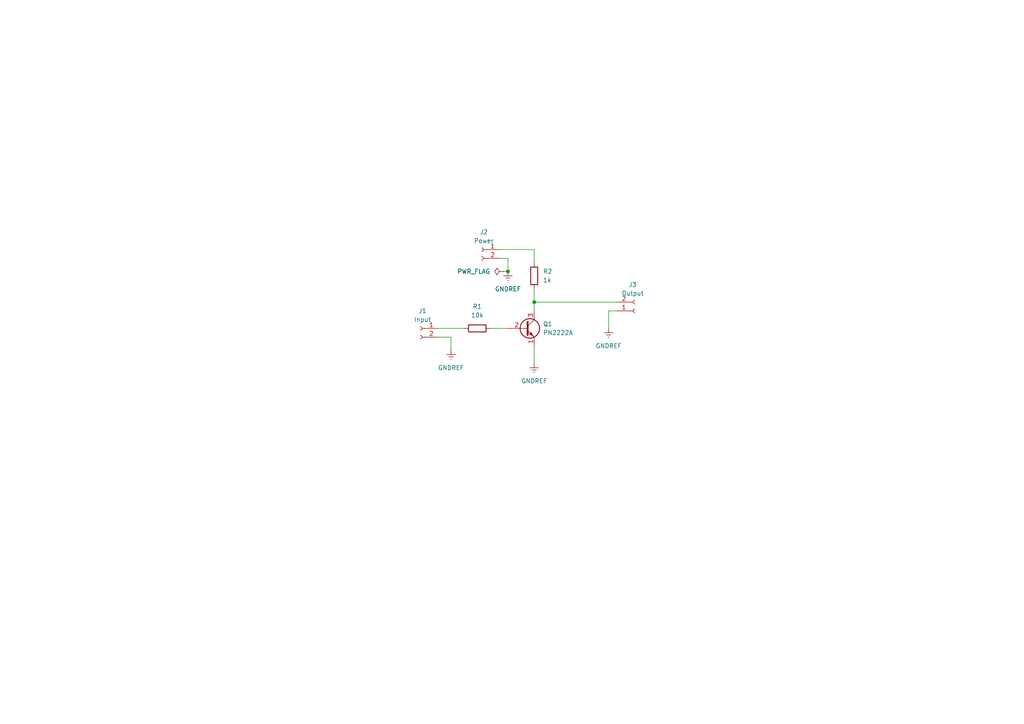
<source format=kicad_sch>
(kicad_sch (version 20231120) (generator "eeschema") (generator_version "8.0")
  (paper "A4")
  (lib_symbols
    (symbol "Connector:Conn_01x02_Socket" (pin_names (offset 1.016) hide)
      (property "Reference" "J" (at 0 2.54 0))
      (property "Value" "Conn_01x02_Socket" (at 0 -5.08 0))
      (symbol "Conn_01x02_Socket_1_1"
        (arc (start 0 -2.032) (mid -0.5058 -2.54) (end 0 -3.048) (stroke (width 0.1524)))
        (polyline (pts (xy -1.27 -2.54) (xy -0.508 -2.54)) (stroke (width 0.1524)))
        (polyline (pts (xy -1.27 0) (xy -0.508 0)) (stroke (width 0.1524)))
        (arc (start 0 0.508) (mid -0.5058 0) (end 0 -0.508) (stroke (width 0.1524)))
        (pin passive line (at -5.08 0 0) (length 3.81) (name "Pin_1") (number "1"))
        (pin passive line (at -5.08 -2.54 0) (length 3.81) (name "Pin_2") (number "2"))
      )
    )
    (symbol "Device:R" (pin_numbers hide) (pin_names (offset 0))
      (property "Reference" "R" (at 2.032 0 90))
      (property "Value" "R" (at 0 0 90))
      (symbol "R_0_1"
        (rectangle (start -1.016 -2.54) (end 1.016 2.54) (stroke (width 0.254)))
      )
      (symbol "R_1_1"
        (pin passive line (at 0 3.81 270) (length 1.27) (name "~") (number "1"))
        (pin passive line (at 0 -3.81 90) (length 1.27) (name "~") (number "2"))
      )
    )
    (symbol "Transistor_BJT:PN2222A" (pin_names (offset 0) hide)
      (property "Reference" "Q" (at 5.08 1.905 0))
      (property "Value" "PN2222A" (at 5.08 0 0))
      (symbol "PN2222A_0_1"
        (polyline (pts (xy 0 0) (xy 0.635 0)))
        (polyline (pts (xy 2.54 -2.54) (xy 0.635 -0.635)))
        (polyline (pts (xy 2.54 2.54) (xy 0.635 0.635)))
        (polyline (pts (xy 0.635 1.905) (xy 0.635 -1.905) (xy 0.635 -1.905)) (stroke (width 0.508)))
        (polyline (pts (xy 2.413 -2.413) (xy 1.905 -1.905) (xy 1.905 -1.905)))
        (polyline (pts (xy 1.143 -1.651) (xy 1.651 -1.143) (xy 2.159 -2.159) (xy 1.143 -1.651) (xy 1.143 -1.651)) (fill (type outline)))
        (circle (center 1.27 0) (radius 2.8194) (stroke (width 0.254)))
      )
      (symbol "PN2222A_1_1"
        (pin passive line (at 2.54 -5.08 90) (length 2.54) (name "E") (number "1"))
        (pin input line (at -5.08 0 0) (length 5.08) (name "B") (number "2"))
        (pin passive line (at 2.54 5.08 270) (length 2.54) (name "C") (number "3"))
      )
    )
    (symbol "power:GNDREF" (power) (pin_numbers hide) (pin_names (offset 0) hide)
      (property "Value" "GNDREF" (at 0 -3.81 0))
      (symbol "GNDREF_0_1"
        (polyline (pts (xy -0.635 -1.905) (xy 0.635 -1.905)))
        (polyline (pts (xy -0.127 -2.54) (xy 0.127 -2.54)))
        (polyline (pts (xy 0 -1.27) (xy 0 0)))
        (polyline (pts (xy 1.27 -1.27) (xy -1.27 -1.27)))
      )
      (symbol "GNDREF_1_1"
        (pin power_in line (at 0 0 270) (length 0) (name "~") (number "1"))
      )
    )
    (symbol "power:PWR_FLAG" (power) (pin_numbers hide) (pin_names (offset 0) hide)
      (property "Value" "PWR_FLAG" (at 0 3.81 0))
      (symbol "PWR_FLAG_0_0"
        (pin power_out line (at 0 0 90) (length 0) (name "~") (number "1"))
      )
      (symbol "PWR_FLAG_0_1"
        (polyline (pts (xy 0 0) (xy 0 1.27) (xy -1.016 1.905) (xy 0 2.54) (xy 1.016 1.905) (xy 0 1.27)))
      )
    )
  )
  (junction (at 154.94 87.63))
  (junction (at 147.32 78.74))
  (wire (pts (xy 144.78 74.93) (xy 147.32 74.93)))
  (wire (pts (xy 130.81 97.79) (xy 130.81 101.6)))
  (wire (pts (xy 179.07 90.17) (xy 176.53 90.17)))
  (wire (pts (xy 176.53 90.17) (xy 176.53 95.25)))
  (wire (pts (xy 142.24 95.25) (xy 147.32 95.25)))
  (wire (pts (xy 127 97.79) (xy 130.81 97.79)))
  (wire (pts (xy 154.94 87.63) (xy 179.07 87.63)))
  (wire (pts (xy 154.94 100.33) (xy 154.94 105.41)))
  (wire (pts (xy 127 95.25) (xy 134.62 95.25)))
  (wire (pts (xy 154.94 83.82) (xy 154.94 87.63)))
  (wire (pts (xy 146.05 78.74) (xy 147.32 78.74)))
  (wire (pts (xy 147.32 74.93) (xy 147.32 78.74)))
  (wire (pts (xy 154.94 72.39) (xy 154.94 76.2)))
  (wire (pts (xy 154.94 87.63) (xy 154.94 90.17)))
  (wire (pts (xy 144.78 72.39) (xy 154.94 72.39)))
  (symbol (lib_id "power:GNDREF") (at 176.53 95.25 0) (unit 1)
    (property "Reference" "#PWR04" (effects (hide yes)))
    (property "Value" "GNDREF" (at 176.53 100.33 0))
    (property "Description" "Power symbol creates a global label with name \"GNDREF\" , reference supply ground" (effects (hide yes)))
  )
  (symbol (lib_id "Connector:Conn_01x02_Socket") (at 139.7 72.39 0) (mirror y) (unit 1)
    (property "Reference" "J2" (at 140.335 67.31 0))
    (property "Value" "Power" (at 140.335 69.85 0))
    (property "Footprint" "Connector_PinSocket_1.27mm:PinSocket_1x02_P1.27mm_Vertical" (effects (hide yes)))
    (property "Description" "Generic connector, single row, 01x02, script generated" (effects (hide yes)))
  )
  (symbol (lib_id "power:PWR_FLAG") (at 146.05 78.74 90) (unit 1)
    (property "Reference" "#FLG01" (effects (hide yes)))
    (property "Value" "PWR_FLAG" (at 142.24 78.7399 90) (effects (justify left)))
    (property "Description" "Special symbol for telling ERC where power comes from" (effects (hide yes)))
  )
  (symbol (lib_id "Transistor_BJT:PN2222A") (at 152.4 95.25 0) (unit 1)
    (property "Reference" "Q1" (at 157.48 93.9799 0) (effects (justify left)))
    (property "Value" "PN2222A" (at 157.48 96.5199 0) (effects (justify left)))
    (property "Footprint" "Package_TO_SOT_THT:TO-92_Inline" (effects (hide yes)))
    (property "Datasheet" "https://www.onsemi.com/pub/Collateral/PN2222-D.PDF" (effects (hide yes)))
    (property "Description" "1A Ic, 40V Vce, NPN Transistor, General Purpose Transistor, TO-92" (effects (hide yes)))
  )
  (symbol (lib_id "Device:R") (at 138.43 95.25 90) (unit 1)
    (property "Reference" "R1" (at 138.43 88.9 90))
    (property "Value" "10k" (at 138.43 91.44 90))
    (property "Footprint" "Resistor_SMD:R_0603_1608Metric" (effects (hide yes)))
    (property "Description" "Resistor" (effects (hide yes)))
  )
  (symbol (lib_id "Connector:Conn_01x02_Socket") (at 121.92 95.25 0) (mirror y) (unit 1)
    (property "Reference" "J1" (at 122.555 90.17 0))
    (property "Value" "Input" (at 122.555 92.71 0))
    (property "Footprint" "Connector_PinSocket_1.27mm:PinSocket_1x02_P1.27mm_Vertical" (effects (hide yes)))
    (property "Description" "Generic connector, single row, 01x02, script generated" (effects (hide yes)))
  )
  (symbol (lib_id "power:GNDREF") (at 154.94 105.41 0) (unit 1)
    (property "Reference" "#PWR03" (effects (hide yes)))
    (property "Value" "GNDREF" (at 154.94 110.49 0))
    (property "Description" "Power symbol creates a global label with name \"GNDREF\" , reference supply ground" (effects (hide yes)))
  )
  (symbol (lib_id "Device:R") (at 154.94 80.01 180) (unit 1)
    (property "Reference" "R2" (at 157.48 78.7399 0) (effects (justify right)))
    (property "Value" "1k" (at 157.48 81.2799 0) (effects (justify right)))
    (property "Footprint" "Resistor_SMD:R_0603_1608Metric" (effects (hide yes)))
    (property "Description" "Resistor" (effects (hide yes)))
  )
  (symbol (lib_id "power:GNDREF") (at 130.81 101.6 0) (unit 1)
    (property "Reference" "#PWR01" (effects (hide yes)))
    (property "Value" "GNDREF" (at 130.81 106.68 0))
    (property "Description" "Power symbol creates a global label with name \"GNDREF\" , reference supply ground" (effects (hide yes)))
  )
  (symbol (lib_id "power:GNDREF") (at 147.32 78.74 0) (unit 1)
    (property "Reference" "#PWR02" (effects (hide yes)))
    (property "Value" "GNDREF" (at 147.32 83.82 0))
    (property "Description" "Power symbol creates a global label with name \"GNDREF\" , reference supply ground" (effects (hide yes)))
  )
  (symbol (lib_id "Connector:Conn_01x02_Socket") (at 184.15 90.17 0) (mirror x) (unit 1)
    (property "Reference" "J3" (at 183.515 82.55 0))
    (property "Value" "Output" (at 183.515 85.09 0))
    (property "Footprint" "Connector_PinSocket_1.27mm:PinSocket_1x02_P1.27mm_Vertical" (effects (hide yes)))
    (property "Description" "Generic connector, single row, 01x02, script generated" (effects (hide yes)))
  )
)
</source>
